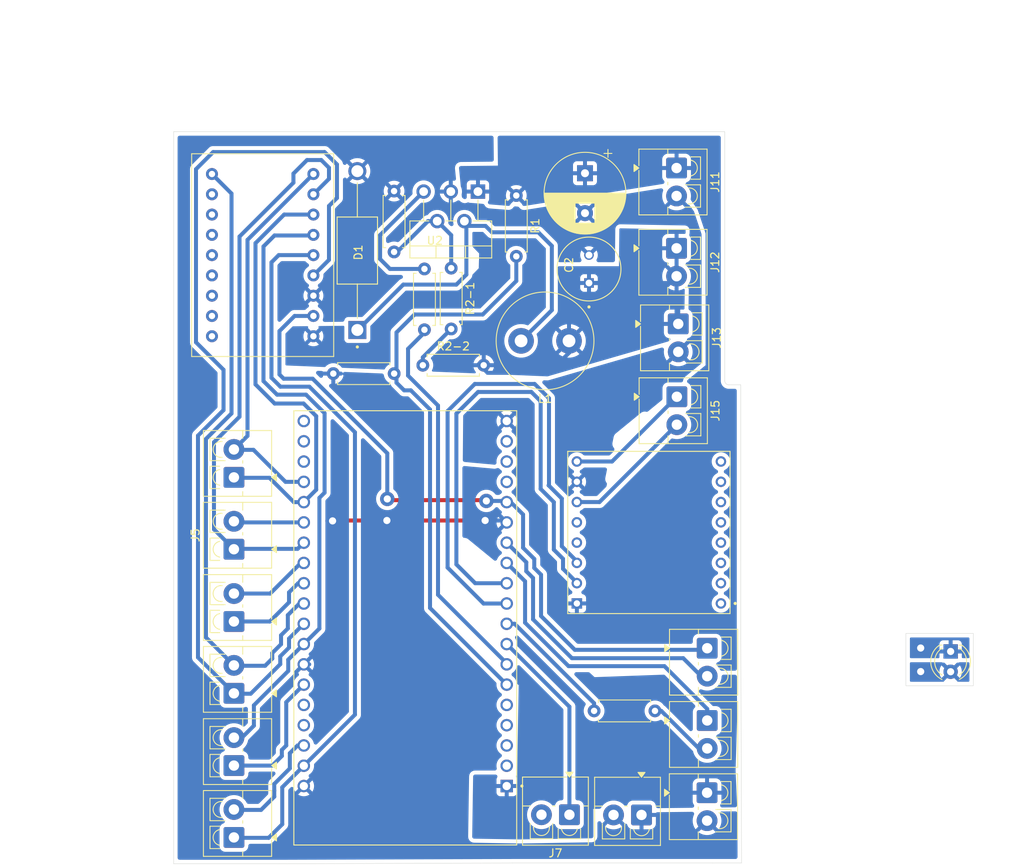
<source format=kicad_pcb>
(kicad_pcb (version 20240108) (generator "pcbnew") (generator_version "8.0")
  (layers (0 "F.Cu" signal) (31 "B.Cu" signal) (34 "B.Paste" user) (35 "F.Paste" user) (36 "B.SilkS" user "B.Silkscreen") (37 "F.SilkS" user "F.Silkscreen") (38 "B.Mask" user) (39 "F.Mask" user) (44 "Edge.Cuts" user))
  (net 0 "")
  (net 1 "GNDREF")
  (net 2 "+6V")
  (net 3 "Net-(EYESPI_18IN_BREAKOUT_BOARD1-Vin)")
  (net 4 "Net-(D1-K)")
  (net 5 "unconnected-(D2-K-Pad1)")
  (net 6 "Net-(EYESPI_18IN_BREAKOUT_BOARD1-MOSI)")
  (net 7 "Net-(J1-Pin_2)")
  (net 8 "Net-(J2-Pin_1)")
  (net 9 "Net-(EYESPI_18IN_BREAKOUT_BOARD1-SDCS)")
  (net 10 "Net-(EYESPI_18IN_BREAKOUT_BOARD1-SCK)")
  (net 11 "Net-(J4-Pin_1)")
  (net 12 "Net-(J4-Pin_2)")
  (net 13 "Net-(J5-Pin_2)")
  (net 14 "Net-(EYESPI_18IN_BREAKOUT_BOARD1-RST)")
  (net 15 "Net-(EYESPI_18IN_BREAKOUT_BOARD1-TCS)")
  (net 16 "Net-(J8-Pin_1)")
  (net 17 "Net-(J8-Pin_2)")
  (net 18 "Net-(EYESPI_18IN_BREAKOUT_BOARD1-DC)")
  (net 19 "Net-(EYESPI_18IN_BREAKOUT_BOARD1-Lite)")
  (net 20 "Net-(J15-Pin_2)")
  (net 21 "Net-(J15-Pin_1)")
  (net 22 "+3.3V")
  (net 23 "Net-(U3-IO35)")
  (net 24 "Net-(U2-FB)")
  (net 25 "Net-(R2-1-Pad2)")
  (net 27 "Net-(U2-~{ON}{slash}OFF)")
  (net 28 "Net-(U3-IO32)")
  (net 29 "Net-(U3-IO25)")
  (net 34 "Net-(U1-TX)")
  (net 37 "Net-(U1-RX)")
  (net 51 "Net-(J10-Pin_2)")
  (net 54 "Net-(J7-Pin_1)")
  (net 55 "unconnected-(D2-A-Pad2)")
  (net 64 "Net-(EYESPI_18IN_BREAKOUT_BOARD1-MISO)")
  (footprint "Resistor_THT:R_Axial_DIN0207_L6.3mm_D2.5mm_P7.62mm_Horizontal" (layer "F.Cu") (at 73.6 45.74 -90)
    (property "Reference" "R7" (hide yes))
    (property "Value" "82k")
    (pad "1" thru_hole circle (at 0 0 270) (size 1.6 1.6) (drill 0.8) (layers "*.Cu" "*.Mask") (net 1 "GNDREF"))
    (pad "2" thru_hole oval (at 7.62 0 270) (size 1.6 1.6) (drill 0.8) (layers "*.Cu" "*.Mask") (net 24 "Net-(U2-FB)"))
  )
  (footprint "TerminalBlock_4Ucon:TerminalBlock_4Ucon_1x02_P3.50mm_Vertical" (layer "F.Cu") (at 53.55 108.65 90)
    (property "Reference" "J3" (hide yes))
    (property "Value" "1805")
    (pad "1" thru_hole roundrect (at 0 0 90) (size 2.6 2.6) (drill 1.3) (layers "*.Cu" "*.Mask") (roundrect_rratio 0.096154) (net 10 "Net-(EYESPI_18IN_BREAKOUT_BOARD1-SCK)"))
    (pad "2" thru_hole circle (at 3.5 0 90) (size 2.6 2.6) (drill 1.3) (layers "*.Cu" "*.Mask") (net 9 "Net-(EYESPI_18IN_BREAKOUT_BOARD1-SDCS)"))
  )
  (footprint "Resistor_THT:R_Axial_DIN0207_L6.3mm_D2.5mm_P7.62mm_Horizontal" (layer "F.Cu") (at 106.26 110.85 180)
    (property "Reference" "R6" (hide yes))
    (property "Value" "330")
    (pad "1" thru_hole circle (at 0 0 180) (size 1.6 1.6) (drill 0.8) (layers "*.Cu" "*.Mask") (net 17 "Net-(J8-Pin_2)"))
    (pad "2" thru_hole oval (at 7.62 0 180) (size 1.6 1.6) (drill 0.8) (layers "*.Cu" "*.Mask") (net 29 "Net-(U3-IO25)"))
  )
  (footprint "Resistor_THT:R_Axial_DIN0207_L6.3mm_D2.5mm_P7.62mm_Horizontal" (layer "F.Cu") (at 77.4 55.49 -90)
    (property "Reference" "R3" (hide yes))
    (property "Value" "330")
    (pad "1" thru_hole circle (at 0 0 270) (size 1.6 1.6) (drill 0.8) (layers "*.Cu" "*.Mask") (net 27 "Net-(U2-~{ON}{slash}OFF)"))
    (pad "2" thru_hole oval (at 7.62 0 270) (size 1.6 1.6) (drill 0.8) (layers "*.Cu" "*.Mask") (net 28 "Net-(U3-IO32)"))
  )
  (footprint "TerminalBlock_4Ucon:TerminalBlock_4Ucon_1x02_P3.50mm_Vertical" (layer "F.Cu") (at 104.575 123.8825 180)
    (property "Reference" "J14" (hide yes))
    (property "Value" "GND")
    (pad "1" thru_hole roundrect (at 0 0 180) (size 2.6 2.6) (drill 1.3) (layers "*.Cu" "*.Mask") (roundrect_rratio 0.096154) (net 1 "GNDREF"))
    (pad "2" thru_hole circle (at 3.5 0 180) (size 2.6 2.6) (drill 1.3) (layers "*.Cu" "*.Mask") (net 1 "GNDREF"))
  )
  (footprint "TerminalBlock_4Ucon:TerminalBlock_4Ucon_1x02_P3.50mm_Vertical" (layer "F.Cu") (at 53.55 99.65 90)
    (property "Reference" "J4" (hide yes))
    (property "Value" "1716")
    (pad "1" thru_hole roundrect (at 0 0 90) (size 2.6 2.6) (drill 1.3) (layers "*.Cu" "*.Mask") (roundrect_rratio 0.096154) (net 11 "Net-(J4-Pin_1)"))
    (pad "2" thru_hole circle (at 3.5 0 90) (size 2.6 2.6) (drill 1.3) (layers "*.Cu" "*.Mask") (net 12 "Net-(J4-Pin_2)"))
  )
  (footprint "Capacitor_THT:CP_Radial_D10.0mm_P5.00mm" (layer "F.Cu") (at 97.5 43.5 -90)
    (property "Reference" "C1" (hide yes))
    (property "Value" "470 uF")
    (pad "1" thru_hole rect (at 0 0 270) (size 2 2) (drill 1) (layers "*.Cu" "*.Mask") (net 2 "+6V"))
    (pad "2" thru_hole circle (at 5 0 270) (size 2 2) (drill 1) (layers "*.Cu" "*.Mask") (net 1 "GNDREF"))
  )
  (footprint "Resistor_THT:R_Axial_DIN0207_L6.3mm_D2.5mm_P7.62mm_Horizontal" (layer "F.Cu") (at 80.75 55.39 -90)
    (property "Reference" "R2-1" (at 3.81 -2.37 90) (layer "F.SilkS"))
    (property "Value" "18k")
    (pad "1" thru_hole circle (at 0 0 270) (size 1.6 1.6) (drill 0.8) (layers "*.Cu" "*.Mask") (net 24 "Net-(U2-FB)"))
    (pad "2" thru_hole oval (at 7.62 0 270) (size 1.6 1.6) (drill 0.8) (layers "*.Cu" "*.Mask") (net 25 "Net-(R2-1-Pad2)"))
  )
  (footprint "TerminalBlock_4Ucon:TerminalBlock_4Ucon_1x02_P3.50mm_Vertical" (layer "F.Cu") (at 53.55 90.6 90)
    (property "Reference" "J5" (at 1.75 -4.82 90) (layer "F.SilkS"))
    (property "Value" "0400")
    (pad "1" thru_hole roundrect (at 0 0 90) (size 2.6 2.6) (drill 1.3) (layers "*.Cu" "*.Mask") (roundrect_rratio 0.096154) (net 14 "Net-(EYESPI_18IN_BREAKOUT_BOARD1-RST)"))
    (pad "2" thru_hole circle (at 3.5 0 90) (size 2.6 2.6) (drill 1.3) (layers "*.Cu" "*.Mask") (net 13 "Net-(J5-Pin_2)"))
  )
  (footprint "TerminalBlock_4Ucon:TerminalBlock_4Ucon_1x02_P3.50mm_Vertical" (layer "F.Cu") (at 95.55 123.8575 180)
    (property "Reference" "J7" (at 1.75 -4.82 0) (layer "F.SilkS"))
    (property "Value" "33")
    (pad "1" thru_hole roundrect (at 0 0 180) (size 2.6 2.6) (drill 1.3) (layers "*.Cu" "*.Mask") (roundrect_rratio 0.096154) (net 54 "Net-(J7-Pin_1)"))
    (pad "2" thru_hole circle (at 3.5 0 180) (size 2.6 2.6) (drill 1.3) (layers "*.Cu" "*.Mask"))
  )
  (footprint "DFR0299:DFR0299" (layer "F.Cu") (at 105.5 88.5 180)
    (property "Reference" "U1" (hide yes))
    (property "Value" "DFR0299" (hide yes))
    (pad "1" thru_hole rect (at 9.017 -8.89 180) (size 1.308 1.308) (drill 0.8) (layers "*.Cu" "*.Mask") (net 2 "+6V"))
    (pad "2" thru_hole circle (at 9.017 -6.35 180) (size 1.308 1.308) (drill 0.8) (layers "*.Cu" "*.Mask") (net 37 "Net-(U1-RX)"))
    (pad "3" thru_hole circle (at 9.017 -3.81 180) (size 1.308 1.308) (drill 0.8) (layers "*.Cu" "*.Mask") (net 34 "Net-(U1-TX)"))
    (pad "4" thru_hole circle (at 9.017 -1.27 180) (size 1.308 1.308) (drill 0.8) (layers "*.Cu" "*.Mask"))
    (pad "5" thru_hole circle (at 9.017 1.27 180) (size 1.308 1.308) (drill 0.8) (layers "*.Cu" "*.Mask"))
    (pad "6" thru_hole circle (at 9.017 3.81 180) (size 1.308 1.308) (drill 0.8) (layers "*.Cu" "*.Mask") (net 20 "Net-(J15-Pin_2)"))
    (pad "7" thru_hole circle (at 9.017 6.35 180) (size 1.308 1.308) (drill 0.8) (layers "*.Cu" "*.Mask") (net 1 "GNDREF"))
    (pad "8" thru_hole circle (at 9.017 8.89 180) (size 1.308 1.308) (drill 0.8) (layers "*.Cu" "*.Mask") (net 21 "Net-(J15-Pin_1)"))
    (pad "9" thru_hole circle (at -9.017 8.89 180) (size 1.308 1.308) (drill 0.8) (layers "*.Cu" "*.Mask"))
    (pad "10" thru_hole circle (at -9.017 6.35 180) (size 1.308 1.308) (drill 0.8) (layers "*.Cu" "*.Mask"))
    (pad "11" thru_hole circle (at -9.017 3.81 180) (size 1.308 1.308) (drill 0.8) (layers "*.Cu" "*.Mask"))
    (pad "12" thru_hole circle (at -9.017 1.27 180) (size 1.308 1.308) (drill 0.8) (layers "*.Cu" "*.Mask"))
    (pad "13" thru_hole circle (at -9.017 -1.27 180) (size 1.308 1.308) (drill 0.8) (layers "*.Cu" "*.Mask"))
    (pad "14" thru_hole circle (at -9.017 -3.81 180) (size 1.308 1.308) (drill 0.8) (layers "*.Cu" "*.Mask"))
    (pad "15" thru_hole circle (at -9.017 -6.35 180) (size 1.308 1.308) (drill 0.8) (layers "*.Cu" "*.Mask"))
    (pad "16" thru_hole circle (at -9.017 -8.89 180) (size 1.308 1.308) (drill 0.8) (layers "*.Cu" "*.Mask"))
  )
  (footprint "SchottkyDIodeFor491:DIOAD1990W125L840D530" (layer "F.Cu") (at 69 53.1875 90)
    (property "Reference" "D1" (at -0.2375 0.125 90) (layer "F.SilkS"))
    (property "Value" "D_Schottky" (hide yes))
    (pad "1" thru_hole rect (at -9.95 0 90) (size 2.25 2.25) (drill 1.5) (layers "*.Cu" "*.Mask") (net 4 "Net-(D1-K)"))
    (pad "2" thru_hole circle (at 9.95 0 90) (size 2.25 2.25) (drill 1.5) (layers "*.Cu" "*.Mask") (net 1 "GNDREF"))
  )
  (footprint "220UFRadialTHCAP:220uFRadialTHCAP" (layer "F.Cu") (at 98 55.5 90)
    (property "Reference" "C2" (at 0.5 -2.5 90) (layer "F.SilkS"))
    (property "Value" "220u" (hide yes))
    (pad "1" thru_hole rect (at -1.75 0 90) (size 1.2 1.2) (drill 0.85) (layers "*.Cu" "*.Mask") (net 3 "Net-(EYESPI_18IN_BREAKOUT_BOARD1-Vin)"))
    (pad "2" thru_hole circle (at 1.75 0 90) (size 1.2 1.2) (drill 0.85) (layers "*.Cu" "*.Mask") (net 1 "GNDREF"))
  )
  (footprint "TerminalBlock_4Ucon:TerminalBlock_4Ucon_1x02_P3.50mm_Vertical" (layer "F.Cu") (at 112.7825 121.1 -90)
    (property "Reference" "J16" (hide yes))
    (property "Value" "LED'S AND GND" (hide yes))
    (pad "1" thru_hole roundrect (at 0 0 270) (size 2.6 2.6) (drill 1.3) (layers "*.Cu" "*.Mask") (roundrect_rratio 0.096154) (net 22 "+3.3V"))
    (pad "2" thru_hole circle (at 3.5 0 270) (size 2.6 2.6) (drill 1.3) (layers "*.Cu" "*.Mask") (net 1 "GNDREF"))
  )
  (footprint "Inductor_THT:L_Radial_D12.0mm_P6.00mm_Murata_1900R" (layer "F.Cu") (at 95.5 64.5 180)
    (property "Reference" "L1" (at 3 -7.25 0) (layer "F.SilkS"))
    (property "Value" "68m")
    (pad "1" thru_hole circle (at 0 0 180) (size 3.2 3.2) (drill 1.6) (layers "*.Cu" "*.Mask") (net 3 "Net-(EYESPI_18IN_BREAKOUT_BOARD1-Vin)"))
    (pad "2" thru_hole circle (at 6 0 180) (size 3.2 3.2) (drill 1.6) (layers "*.Cu" "*.Mask") (net 4 "Net-(D1-K)"))
  )
  (footprint "TerminalBlock_4Ucon:TerminalBlock_4Ucon_1x02_P3.50mm_Vertical" (layer "F.Cu") (at 112.8 112.05 -90)
    (property "Reference" "J8" (hide yes))
    (property "Value" "2514")
    (pad "1" thru_hole roundrect (at 0 0 270) (size 2.6 2.6) (drill 1.3) (layers "*.Cu" "*.Mask") (roundrect_rratio 0.096154) (net 16 "Net-(J8-Pin_1)"))
    (pad "2" thru_hole circle (at 3.5 0 270) (size 2.6 2.6) (drill 1.3) (layers "*.Cu" "*.Mask") (net 17 "Net-(J8-Pin_2)"))
  )
  (footprint "Resistor_THT:R_Axial_DIN0207_L6.3mm_D2.5mm_P7.62mm_Horizontal" (layer "F.Cu") (at 73.61 68.6 180)
    (property "Reference" "R2" (hide yes))
    (property "Value" "82K")
    (pad "1" thru_hole circle (at 0 0 180) (size 1.6 1.6) (drill 0.8) (layers "*.Cu" "*.Mask") (net 23 "Net-(U3-IO35)"))
    (pad "2" thru_hole oval (at 7.62 0 180) (size 1.6 1.6) (drill 0.8) (layers "*.Cu" "*.Mask") (net 1 "GNDREF"))
  )
  (footprint "Resistor_THT:R_Axial_DIN0207_L6.3mm_D2.5mm_P7.62mm_Horizontal" (layer "F.Cu") (at 88.9 46.29 -90)
    (property "Reference" "R1" (at 3.81 -2.37 90) (layer "F.SilkS"))
    (property "Value" "160k")
    (pad "1" thru_hole circle (at 0 0 270) (size 1.6 1.6) (drill 0.8) (layers "*.Cu" "*.Mask") (net 2 "+6V"))
    (pad "2" thru_hole oval (at 7.62 0 270) (size 1.6 1.6) (drill 0.8) (layers "*.Cu" "*.Mask") (net 23 "Net-(U3-IO35)"))
  )
  (footprint "TerminalBlock_4Ucon:TerminalBlock_4Ucon_1x02_P3.50mm_Vertical" (layer "F.Cu") (at 109.175 62.375 -90)
    (property "Reference" "J13" (at 1.75 -4.82 90) (layer "F.SilkS"))
    (property "Value" "3.3V AND GND")
    (pad "1" thru_hole roundrect (at 0 0 270) (size 2.6 2.6) (drill 1.3) (layers "*.Cu" "*.Mask") (roundrect_rratio 0.096154) (net 3 "Net-(EYESPI_18IN_BREAKOUT_BOARD1-Vin)"))
    (pad "2" thru_hole circle (at 3.5 0 270) (size 2.6 2.6) (drill 1.3) (layers "*.Cu" "*.Mask") (net 1 "GNDREF"))
  )
  (footprint "EYESPI_18PIN:DIP-18_500" (layer "F.Cu") (at 57.15 53.76 90)
    (property "Reference" "EYESPI_18IN_BREAKOUT_BOARD1" (hide yes))
    (property "Value" "~" (hide yes))
    (pad "1" thru_hole circle (at -10.16 6.35 90) (size 1.5 1.5) (drill 0.8) (layers "*.Cu" "*.Mask") (net 3 "Net-(EYESPI_18IN_BREAKOUT_BOARD1-Vin)"))
    (pad "2" thru_hole circle (at -7.62 6.35 90) (size 1.5 1.5) (drill 0.8) (layers "*.Cu" "*.Mask") (net 19 "Net-(EYESPI_18IN_BREAKOUT_BOARD1-Lite)"))
    (pad "3" thru_hole circle (at -5.08 6.35 90) (size 1.5 1.5) (drill 0.8) (layers "*.Cu" "*.Mask") (net 1 "GNDREF"))
    (pad "4" thru_hole circle (at -2.54 6.35 90) (size 1.5 1.5) (drill 0.8) (layers "*.Cu" "*.Mask") (net 10 "Net-(EYESPI_18IN_BREAKOUT_BOARD1-SCK)"))
    (pad "5" thru_hole circle (at 0 6.35 90) (size 1.5 1.5) (drill 0.8) (layers "*.Cu" "*.Mask") (net 6 "Net-(EYESPI_18IN_BREAKOUT_BOARD1-MOSI)"))
    (pad "6" thru_hole circle (at 2.54 6.35 90) (size 1.5 1.5) (drill 0.8) (layers "*.Cu" "*.Mask") (net 64 "Net-(EYESPI_18IN_BREAKOUT_BOARD1-MISO)"))
    (pad "7" thru_hole circle (at 5.08 6.35 90) (size 1.5 1.5) (drill 0.8) (layers "*.Cu" "*.Mask") (net 18 "Net-(EYESPI_18IN_BREAKOUT_BOARD1-DC)"))
    (pad "8" thru_hole circle (at 7.62 6.35 90) (size 1.5 1.5) (drill 0.8) (layers "*.Cu" "*.Mask") (net 14 "Net-(EYESPI_18IN_BREAKOUT_BOARD1-RST)"))
    (pad "9" thru_hole circle (at 10.16 6.35 90) (size 1.5 1.5) (drill 0.8) (layers "*.Cu" "*.Mask") (net 15 "Net-(EYESPI_18IN_BREAKOUT_BOARD1-TCS)"))
    (pad "10" thru_hole circle (at 10.16 -6.35 90) (size 1.5 1.5) (drill 0.8) (layers "*.Cu" "*.Mask") (net 9 "Net-(EYESPI_18IN_BREAKOUT_BOARD1-SDCS)"))
    (pad "11" thru_hole circle (at 7.62 -6.35 90) (size 1.5 1.5) (drill 0.8) (layers "*.Cu" "*.Mask"))
    (pad "12" thru_hole circle (at 5.08 -6.35 90) (size 1.5 1.5) (drill 0.8) (layers "*.Cu" "*.Mask"))
    (pad "13" thru_hole circle (at 2.54 -6.35 90) (size 1.5 1.5) (drill 0.8) (layers "*.Cu" "*.Mask"))
    (pad "14" thru_hole circle (at 0 -6.35 90) (size 1.5 1.5) (drill 0.8) (layers "*.Cu" "*.Mask"))
    (pad "15" thru_hole circle (at -2.54 -6.35 90) (size 1.5 1.5) (drill 0.8) (layers "*.Cu" "*.Mask"))
    (pad "16" thru_hole circle (at -5.08 -6.35 90) (size 1.5 1.5) (drill 0.8) (layers "*.Cu" "*.Mask"))
    (pad "17" thru_hole circle (at -7.62 -6.35 90) (size 1.5 1.5) (drill 0.8) (layers "*.Cu" "*.Mask"))
    (pad "18" thru_hole circle (at -10.16 -6.35 90) (size 1.5 1.5) (drill 0.8) (layers "*.Cu" "*.Mask"))
  )
  (footprint "LED_THT:LED_D4.0mm" (layer "F.Cu") (at 143.275 103.405 -90)
    (property "Reference" "D2" (hide yes))
    (property "Value" "RED" (hide yes))
    (pad "1" thru_hole rect (at 0 0 270) (size 1.8 1.8) (drill 0.9) (layers "*.Cu" "*.Mask") (net 5 "unconnected-(D2-K-Pad1)"))
    (pad "2" thru_hole circle (at 2.54 0 270) (size 1.8 1.8) (drill 0.9) (layers "*.Cu" "*.Mask") (net 55 "unconnected-(D2-A-Pad2)"))
  )
  (footprint "ESP32:MODULE_ESP32-DEVKITC-32D" (layer "F.Cu") (at 75 100.5 180)
    (property "Reference" "U3" (hide yes))
    (property "Value" "ESP32-DEVKITC-32D" (hide yes))
    (pad "J2-1" thru_hole rect (at -12.7 -19.76 180) (size 1.56 1.56) (drill 1.04) (layers "*.Cu" "*.Mask") (net 22 "+3.3V"))
    (pad "J2-2" thru_hole circle (at -12.7 -17.22 180) (size 1.56 1.56) (drill 1.04) (layers "*.Cu" "*.Mask"))
    (pad "J2-3" thru_hole circle (at -12.7 -14.68 180) (size 1.56 1.56) (drill 1.04) (layers "*.Cu" "*.Mask"))
    (pad "J2-4" thru_hole circle (at -12.7 -12.14 180) (size 1.56 1.56) (drill 1.04) (layers "*.Cu" "*.Mask"))
    (pad "J2-5" thru_hole circle (at -12.7 -9.6 180) (size 1.56 1.56) (drill 1.04) (layers "*.Cu" "*.Mask"))
    (pad "J2-6" thru_hole circle (at -12.7 -7.06 180) (size 1.56 1.56) (drill 1.04) (layers "*.Cu" "*.Mask") (net 23 "Net-(U3-IO35)"))
    (pad "J2-7" thru_hole circle (at -12.7 -4.52 180) (size 1.56 1.56) (drill 1.04) (layers "*.Cu" "*.Mask") (net 28 "Net-(U3-IO32)"))
    (pad "J2-8" thru_hole circle (at -12.7 -1.98 180) (size 1.56 1.56) (drill 1.04) (layers "*.Cu" "*.Mask") (net 54 "Net-(J7-Pin_1)"))
    (pad "J2-9" thru_hole circle (at -12.7 0.56 180) (size 1.56 1.56) (drill 1.04) (layers "*.Cu" "*.Mask") (net 29 "Net-(U3-IO25)"))
    (pad "J2-10" thru_hole circle (at -12.7 3.1 180) (size 1.56 1.56) (drill 1.04) (layers "*.Cu" "*.Mask") (net 34 "Net-(U1-TX)"))
    (pad "J2-11" thru_hole circle (at -12.7 5.64 180) (size 1.56 1.56) (drill 1.04) (layers "*.Cu" "*.Mask") (net 37 "Net-(U1-RX)"))
    (pad "J2-12" thru_hole circle (at -12.7 8.18 180) (size 1.56 1.56) (drill 1.04) (layers "*.Cu" "*.Mask") (net 16 "Net-(J8-Pin_1)"))
    (pad "J2-13" thru_hole circle (at -12.7 10.72 180) (size 1.56 1.56) (drill 1.04) (layers "*.Cu" "*.Mask") (net 51 "Net-(J10-Pin_2)"))
    (pad "J2-14" thru_hole circle (at -12.7 13.26 180) (size 1.56 1.56) (drill 1.04) (layers "*.Cu" "*.Mask") (net 1 "GNDREF"))
    (pad "J2-15" thru_hole circle (at -12.7 15.8 180) (size 1.56 1.56) (drill 1.04) (layers "*.Cu" "*.Mask") (net 19 "Net-(EYESPI_18IN_BREAKOUT_BOARD1-Lite)"))
    (pad "J2-16" thru_hole circle (at -12.7 18.34 180) (size 1.56 1.56) (drill 1.04) (layers "*.Cu" "*.Mask"))
    (pad "J2-17" thru_hole circle (at -12.7 20.88 180) (size 1.56 1.56) (drill 1.04) (layers "*.Cu" "*.Mask"))
    (pad "J2-18" thru_hole circle (at -12.7 23.42 180) (size 1.56 1.56) (drill 1.04) (layers "*.Cu" "*.Mask"))
    (pad "J2-19" thru_hole circle (at -12.7 25.96 180) (size 1.56 1.56) (drill 1.04) (layers "*.Cu" "*.Mask") (net 2 "+6V"))
    (pad "J3-1" thru_hole circle (at 12.7 -19.76 180) (size 1.56 1.56) (drill 1.04) (layers "*.Cu" "*.Mask") (net 1 "GNDREF"))
    (pad "J3-2" thru_hole circle (at 12.7 -17.22 180) (size 1.56 1.56) (drill 1.04) (layers "*.Cu" "*.Mask") (net 6 "Net-(EYESPI_18IN_BREAKOUT_BOARD1-MOSI)"))
    (pad "J3-3" thru_hole circle (at 12.7 -14.68 180) (size 1.56 1.56) (drill 1.04) (layers "*.Cu" "*.Mask") (net 7 "Net-(J1-Pin_2)"))
    (pad "J3-4" thru_hole circle (at 12.7 -12.14 180) (size 1.56 1.56) (drill 1.04) (layers "*.Cu" "*.Mask"))
    (pad "J3-5" thru_hole circle (at 12.7 -9.6 180) (size 1.56 1.56) (drill 1.04) (layers "*.Cu" "*.Mask"))
    (pad "J3-6" thru_hole circle (at 12.7 -7.06 180) (size 1.56 1.56) (drill 1.04) (layers "*.Cu" "*.Mask") (net 8 "Net-(J2-Pin_1)"))
    (pad "J3-7" thru_hole circle (at 12.7 -4.52 180) (size 1.56 1.56) (drill 1.04) (layers "*.Cu" "*.Mask") (net 1 "GNDREF"))
    (pad "J3-8" thru_hole circle (at 12.7 -1.98 180) (size 1.56 1.56) (drill 1.04) (layers "*.Cu" "*.Mask") (net 64 "Net-(EYESPI_18IN_BREAKOUT_BOARD1-MISO)"))
    (pad "J3-9" thru_hole circle (at 12.7 0.56 180) (size 1.56 1.56) (drill 1.04) (layers "*.Cu" "*.Mask") (net 10 "Net-(EYESPI_18IN_BREAKOUT_BOARD1-SCK)"))
    (pad "J3-10" thru_hole circle (at 12.7 3.1 180) (size 1.56 1.56) (drill 1.04) (layers "*.Cu" "*.Mask") (net 9 "Net-(EYESPI_18IN_BREAKOUT_BOARD1-SDCS)"))
    (pad "J3-11" thru_hole circle (at 12.7 5.64 180) (size 1.56 1.56) (drill 1.04) (layers "*.Cu" "*.Mask") (net 11 "Net-(J4-Pin_1)"))
    (pad "J3-12" thru_hole circle (at 12.7 8.18 180) (size 1.56 1.56) (drill 1.04) (layers "*.Cu" "*.Mask") (net 12 "Net-(J4-Pin_2)"))
    (pad "J3-13" thru_hole circle (at 12.7 10.72 180) (size 1.56 1.56) (drill 1.04) (layers "*.Cu" "*.Mask") (net 14 "Net-(EYESPI_18IN_BREAKOUT_BOARD1-RST)"))
    (pad "J3-14" thru_hole circle (at 12.7 13.26 180) (size 1.56 1.56) (drill 1.04) (layers "*.Cu" "*.Mask") (net 13 "Net-(J5-Pin_2)"))
    (pad "J3-15" thru_hole circle (at 12.7 15.8 180) (size 1.56 1.56) (drill 1.04) (layers "*.Cu" "*.Mask") (net 18 "Net-(EYESPI_18IN_BREAKOUT_BOARD1-DC)"))
    (pad "J3-16" thru_hole circle (at 12.7 18.34 180) (size 1.56 1.56) (drill 1.04) (layers "*.Cu" "*.Mask") (net 15 "Net-(EYESPI_18IN_BREAKOUT_BOARD1-TCS)"))
    (pad "J3-17" thru_hole circle (at 12.7 20.88 180) (size 1.56 1.56) (drill 1.04) (layers "*.Cu" "*.Mask"))
    (pad "J3-18" thru_hole circle (at 12.7 23.42 180) (size 1.56 1.56) (drill 1.04) (layers "*.Cu" "*.Mask"))
    (pad "J3-19" thru_hole circle (at 12.7 25.96 180) (size 1.56 1.56) (drill 1.04) (layers "*.Cu" "*.Mask"))
  )
  (footprint "TerminalBlock_4Ucon:TerminalBlock_4Ucon_1x02_P3.50mm_Vertical" (layer "F.Cu") (at 112.8 103 -90)
    (property "Reference" "J10" (hide yes))
    (property "Value" "1213")
    (pad "1" thru_hole roundrect (at 0 0 270) (size 2.6 2.6) (drill 1.3) (layers "*.Cu" "*.Mask") (roundrect_rratio 0.096154) (net 19 "Net-(EYESPI_18IN_BREAKOUT_BOARD1-Lite)"))
    (pad "2" thru_hole circle (at 3.5 0 270) (size 2.6 2.6) (drill 1.3) (layers "*.Cu" "*.Mask") (net 51 "Net-(J10-Pin_2)"))
  )
  (footprint "Resistor_THT:R_Axial_DIN0207_L6.3mm_D2.5mm_P7.62mm_Horizontal" (layer "F.Cu") (at 77.2 67.55)
    (property "Reference" "R2-2" (at 3.81 -2.37 0) (layer "F.SilkS"))
    (property "Value" "120k")
    (pad "1" thru_hole circle (at 0 0) (size 1.6 1.6) (drill 0.8) (layers "*.Cu" "*.Mask") (net 25 "Net-(R2-1-Pad2)"))
    (pad "2" thru_hole oval (at 7.62 0) (size 1.6 1.6) (drill 0.8) (layers "*.Cu" "*.Mask") (net 3 "Net-(EYESPI_18IN_BREAKOUT_BOARD1-Vin)"))
  )
  (footprint "TerminalBlock_4Ucon:TerminalBlock_4Ucon_1x02_P3.50mm_Vertical" (layer "F.Cu") (at 108.965 52.9 -90)
    (property "Reference" "J12" (at 1.75 -4.82 90) (layer "F.SilkS"))
    (property "Value" "3.3V")
    (pad "1" thru_hole roundrect (at 0 0 270) (size 2.6 2.6) (drill 1.3) (layers "*.Cu" "*.Mask") (roundrect_rratio 0.096154) (net 3 "Net-(EYESPI_18IN_BREAKOUT_BOARD1-Vin)"))
    (pad "2" thru_hole circle (at 3.5 0 270) (size 2.6 2.6) (drill 1.3) (layers "*.Cu" "*.Mask") (net 3 "Net-(EYESPI_18IN_BREAKOUT_BOARD1-Vin)"))
  )
  (footprint "TerminalBlock_4Ucon:TerminalBlock_4Ucon_1x02_P3.50mm_Vertical" (layer "F.Cu") (at 53.55 81.6 90)
    (property "Reference" "J6" (hide yes))
    (property "Value" "0215")
    (pad "1" thru_hole roundrect (at 0 0 90) (size 2.6 2.6) (drill 1.3) (layers "*.Cu" "*.Mask") (roundrect_rratio 0.096154) (net 18 "Net-(EYESPI_18IN_BREAKOUT_BOARD1-DC)"))
    (pad "2" thru_hole circle (at 3.5 0 90) (size 2.6 2.6) (drill 1.3) (layers "*.Cu" "*.Mask") (net 15 "Net-(EYESPI_18IN_BREAKOUT_BOARD1-TCS)"))
  )
  (footprint "TerminalBlock_4Ucon:TerminalBlock_4Ucon_1x02_P3.50mm_Vertical" (layer "F.Cu") (at 109 71.5 -90)
    (property "Reference" "J15" (at 1.75 -4.82 90) (layer "F.SilkS"))
    (property "Value" "SPKR")
    (pad "1" thru_hole roundrect (at 0 0 270) (size 2.6 2.6) (drill 1.3) (layers "*.Cu" "*.Mask") (roundrect_rratio 0.096154) (net 21 "Net-(J15-Pin_1)"))
    (pad "2" thru_hole circle (at 3.5 0 270) (size 2.6 2.6) (drill 1.3) (layers "*.Cu" "*.Mask") (net 20 "Net-(J15-Pin_2)"))
  )
  (footprint "Package_TO_SOT_THT:TO-220-5_P3.4x3.7mm_StaggerOdd_Lead3.8mm_Vertical" (layer "F.Cu") (at 84.1 45.8 180)
    (property "Reference" "U2" (at 5.4 -6.15 0) (layer "F.SilkS"))
    (property "Value" "LM2596T-3.3" (hide yes))
    (pad "1" thru_hole rect (at 0 0 180) (size 1.8 1.8) (drill 1.1) (layers "*.Cu" "*.Mask") (net 2 "+6V"))
    (pad "2" thru_hole oval (at 1.7 -3.7 180) (size 1.8 1.8) (drill 1.1) (layers "*.Cu" "*.Mask") (net 4 "Net-(D1-K)"))
    (pad "3" thru_hole oval (at 3.4 0 180) (size 1.8 1.8) (drill 1.1) (layers "*.Cu" "*.Mask") (net 1 "GNDREF"))
    (pad "4" thru_hole oval (at 5.1 -3.7 180) (size 1.8 1.8) (drill 1.1) (layers "*.Cu" "*.Mask") (net 24 "Net-(U2-FB)"))
    (pad "5" thru_hole oval (at 6.8 0 180) (size 1.8 1.8) (drill 1.1) (layers "*.Cu" "*.Mask") (net 27 "Net-(U2-~{ON}{slash}OFF)"))
  )
  (footprint "TerminalBlock_4Ucon:TerminalBlock_4Ucon_1x02_P3.50mm_Vertical" (layer "F.Cu") (at 53.55 126.7 90)
    (property "Reference" "J1" (hide yes))
    (property "Value" "2322")
    (pad "1" thru_hole roundrect (at 0 0 90) (size 2.6 2.6) (drill 1.3) (layers "*.Cu" "*.Mask") (roundrect_rratio 0.096154) (net 6 "Net-(EYESPI_18IN_BREAKOUT_BOARD1-MOSI)"))
    (pad "2" thru_hole circle (at 3.5 0 90) (size 2.6 2.6) (drill 1.3) (layers "*.Cu" "*.Mask") (net 7 "Net-(J1-Pin_2)"))
  )
  (footprint "TerminalBlock_4Ucon:TerminalBlock_4Ucon_1x02_P3.50mm_Vertical" (layer "F.Cu") (at 108.965 42.85 -90)
    (property "Reference" "J11" (at 1.75 -4.82 90) (layer "F.SilkS"))
    (property "Value" "BATTERY TERMS")
    (pad "1" thru_hole roundrect (at 0 0 270) (size 2.6 2.6) (drill 1.3) (layers "*.Cu" "*.Mask") (roundrect_rratio 0.096154) (net 2 "+6V"))
    (pad "2" thru_hole circle (at 3.5 0 270) (size 2.6 2.6) (drill 1.3) (layers "*.Cu" "*.Mask") (net 1 "GNDREF"))
  )
  (footprint "TerminalBlock_4Ucon:TerminalBlock_4Ucon_1x02_P3.50mm_Vertical" (layer "F.Cu") (at 53.55 117.7 90)
    (property "Reference" "J2" (hide yes))
    (property "Value" "2129")
    (pad "1" thru_hole roundrect (at 0 0 90) (size 2.6 2.6) (drill 1.3) (layers "*.Cu" "*.Mask") (roundrect_rratio 0.096154) (net 8 "Net-(J2-Pin_1)"))
    (pad "2" thru_hole circle (at 3.5 0 90) (size 2.6 2.6) (drill 1.3) (layers "*.Cu" "*.Mask") (net 64 "Net-(EYESPI_18IN_BREAKOUT_BOARD1-MISO)"))
  )
  (gr_line (start 88.4 129.9) (end 59.2 130) (stroke (width 0.05)) (layer "Edge.Cuts"))
  (gr_line (start 117.1 129.9) (end 113.5 129.9) (stroke (width 0.05)) (layer "Edge.Cuts"))
  (gr_line (start 46 123.7) (end 46 76) (stroke (width 0.05)) (layer "Edge.Cuts"))
  (gr_line (start 117 70) (end 117 92) (stroke (width 0.05)) (layer "Edge.Cuts"))
  (gr_line (start 46 38.3) (end 86.45 38.3) (stroke (width 0.05)) (layer "Edge.Cuts"))
  (gr_line (start 46 76) (end 46 55) (stroke (width 0.05)) (layer "Edge.Cuts"))
  (gr_line (start 115.5 70) (end 117 70) (stroke (width 0.05)) (layer "Edge.Cuts"))
  (gr_line (start 88.4 129.9) (end 113.5 129.9) (stroke (width 0.05)) (layer "Edge.Cuts"))
  (gr_line (start 117 92) (end 117 100) (stroke (width 0.05)) (layer "Edge.Cuts"))
  (gr_line (start 115 38.3) (end 115 69.5) (stroke (width 0.05)) (layer "Edge.Cuts"))
  (gr_rect (start 137.675 101.15) (end 146.125 107.7) (stroke (width 0.05)) (fill none) (layer "Edge.Cuts"))
  (gr_line (start 86.45 38.3) (end 115 38.3) (stroke (width 0.05)) (layer "Edge.Cuts"))
  (gr_line (start 46 55) (end 46 38.3) (stroke (width 0.05)) (layer "Edge.Cuts"))
  (gr_line (start 59.2 130) (end 46 130) (stroke (width 0.05)) (layer "Edge.Cuts"))
  (gr_line (start 117 100) (end 117.1 129.9) (stroke (width 0.05)) (layer "Edge.Cuts"))
  (gr_arc (start 115.5 70) (mid 115.146447 69.853553) (end 115 69.5) (stroke (width 0.05)) (layer "Edge.Cuts"))
  (gr_line (start 46 130) (end 46 123.7) (stroke (width 0.05)) (layer "Edge.Cuts"))
  (segment (start 65.9 87.05) (end 65.95 87) (width 0.5) (layer "F.Cu") (net 1))
  (segment (start 65.95 87) (end 72.7 87) (width 0.5) (layer "F.Cu") (net 1))
  (segment (start 72.7 87) (end 85 87) (width 0.5) (layer "F.Cu") (net 1))
  (via (at 85 87) (size 1.8) (drill 0.9) (layers "F.Cu" "B.Cu") (net 1))
  (via (at 72.7 87) (size 1.8) (drill 0.9) (layers "F.Cu" "B.Cu") (net 1))
  (via (at 65.9 87.05) (size 1.8) (drill 0.9) (layers "F.Cu" "B.Cu") (net 1))
  (segment (start 62.98 105.02) (end 62.3 105.02) (width 0.5) (layer "B.Cu") (net 1))
  (segment (start 85 87) (end 87.46 87) (width 0.5) (layer "B.Cu") (net 1))
  (segment (start 95.5 66) (end 95.5 64.5) (width 0.5) (layer "B.Cu") (net 3))
  (segment (start 84.21 67.4) (end 85.31 68.5) (width 0.5) (layer "B.Cu") (net 3))
  (segment (start 95.5 64.5) (end 95.5 62) (width 0.5) (layer "B.Cu") (net 3))
  (segment (start 93 68.5) (end 95.5 66) (width 0.5) (layer "B.Cu") (net 3))
  (segment (start 95.5 62) (end 98 59.5) (width 0.5) (layer "B.Cu") (net 3))
  (segment (start 108.965 52.9) (end 108.965 62.165) (width 0.5) (layer "B.Cu") (net 3))
  (segment (start 98 59.5) (end 98 57.25) (width 0.5) (layer "B.Cu") (net 3))
  (segment (start 108.115 57.25) (end 108.965 56.4) (width 0.5) (layer "B.Cu") (net 3))
  (segment (start 98 57.25) (end 108.115 57.25) (width 0.5) (layer "B.Cu") (net 3))
  (segment (start 85.31 68.5) (end 93 68.5) (width 0.5) (layer "B.Cu") (net 3))
  (segment (start 74.75 57.45) (end 81.4 57.45) (width 0.5) (layer "B.Cu") (net 4))
  (segment (start 83 50.1) (end 82.4 49.5) (width 0.5) (layer "B.Cu") (net 4))
  (segment (start 69.15 63.2875) (end 69 63.1375) (width 0.5) (layer "B.Cu") (net 4))
  (segment (start 82.65 49.8) (end 82.4 49.55) (width 0.5) (layer "B.Cu") (net 4))
  (segment (start 85.05 50.1) (end 83 50.1) (width 0.5) (layer "B.Cu") (net 4))
  (segment (start 69 63.1375) (end 69.0625 63.1375) (width 0.5) (layer "B.Cu") (net 4))
  (segment (start 81.4 57.45) (end 82.65 56.2) (width 0.5) (layer "B.Cu") (net 4))
  (segment (start 91.65 50.9) (end 85.85 50.9) (width 0.5) (layer "B.Cu") (net 4))
  (segment (start 93.35 60.65) (end 93.35 52.6) (width 0.5) (layer "B.Cu") (net 4))
  (segment (start 82.65 56.2) (end 82.65 49.8) (width 0.5) (layer "B.Cu") (net 4))
  (segment (start 93.35 52.6) (end 91.65 50.9) (width 0.5) (layer "B.Cu") (net 4))
  (segment (start 85.85 50.9) (end 85.05 50.1) (width 0.5) (layer "B.Cu") (net 4))
  (segment (start 69.0625 63.1375) (end 74.75 57.45) (width 0.5) (layer "B.Cu") (net 4))
  (segment (start 89.5 64.5) (end 93.35 60.65) (width 0.5) (layer "B.Cu") (net 4))
  (via (at 139.525 102.975) (size 1.8) (drill 0.9) (layers "F.Cu" "B.Cu") (net 5))
  (segment (start 53.55 126.7) (end 53.6 126.75) (width 0.5) (layer "B.Cu") (net 6))
  (segment (start 53.6 126.75) (end 57.9 126.75) (width 0.5) (layer "B.Cu") (net 6))
  (segment (start 68.7 111.32) (end 62.3 117.72) (width 0.5) (layer "B.Cu") (net 6))
  (segment (start 59.6 120.42) (end 62.3 117.72) (width 0.5) (layer "B.Cu") (net 6))
  (segment (start 68.7 75.947825) (end 68.7 111.32) (width 0.5) (layer "B.Cu") (net 6))
  (segment (start 58.25 69.121572) (end 59.364213 70.235785) (width 0.5) (layer "B.Cu") (net 6))
  (segment (start 59.364213 70.235785) (end 62.98796 70.235785) (width 0.5) (layer "B.Cu") (net 6))
  (segment (start 58.25 54.664214) (end 58.25 69.121572) (width 0.5) (layer "B.Cu") (net 6))
  (segment (start 59.154214 53.76) (end 58.25 54.664214) (width 0.5) (layer "B.Cu") (net 6))
  (segment (start 59.6 125.05) (end 59.6 120.42) (width 0.5) (layer "B.Cu") (net 6))
  (segment (start 63.5 53.76) (end 59.154214 53.76) (width 0.5) (layer "B.Cu") (net 6))
  (segment (start 57.9 126.75) (end 59.6 125.05) (width 0.5) (layer "B.Cu") (net 6))
  (segment (start 62.98796 70.235785) (end 68.7 75.947825) (width 0.5) (layer "B.Cu") (net 6))
  (segment (start 56.95 123.25) (end 58.6 121.6) (width 0.5) (layer "B.Cu") (net 7))
  (segment (start 53.6 123.25) (end 56.95 123.25) (width 0.5) (layer "B.Cu") (net 7))
  (segment (start 53.55 123.2) (end 53.6 123.25) (width 0.5) (layer "B.Cu") (net 7))
  (segment (start 58.599999 120.005787) (end 60.55 118.055786) (width 0.5) (layer "B.Cu") (net 7))
  (segment (start 58.599999 120.834213) (end 58.599999 120.005787) (width 0.5) (layer "B.Cu") (net 7))
  (segment (start 60.55 116.15) (end 61.52 115.18) (width 0.5) (layer "B.Cu") (net 7))
  (segment (start 61.52 115.18) (end 62.3 115.18) (width 0.5) (layer "B.Cu") (net 7))
  (segment (start 60.55 118.055786) (end 60.55 116.15) (width 0.5) (layer "B.Cu") (net 7))
  (segment (start 58.6 121.6) (end 58.599999 120.834213) (width 0.5) (layer "B.Cu") (net 7))
  (segment (start 60.1 115.185786) (end 60.1 109.76) (width 0.5) (layer "B.Cu") (net 8))
  (segment (start 59.549999 115.735787) (end 60.1 115.185786) (width 0.5) (layer "B.Cu") (net 8))
  (segment (start 58.35 117.7) (end 59.549999 116.500001) (width 0.5) (layer "B.Cu") (net 8))
  (segment (start 53.55 117.7) (end 58.35 117.7) (width 0.5) (layer "B.Cu") (net 8))
  (segment (start 60.1 109.76) (end 62.3 107.56) (width 0.5) (layer "B.Cu") (net 8))
  (segment (start 59.549999 116.500001) (end 59.549999 115.735787) (width 0.5) (layer "B.Cu") (net 8))
  (segment (start 59.45 102.501572) (end 59.45 101.375786) (width 0.5) (layer "B.Cu") (net 9))
  (segment (start 53.6 105.2) (end 57.45 105.2) (width 0.5) (layer "B.Cu") (net 9))
  (segment (start 53.25 46.05) (end 53.25 73.585786) (width 0.5) (layer "B.Cu") (net 9))
  (segment (start 58.349998 103.601574) (end 59.45 102.501572) (width 0.5) (layer "B.Cu") (net 9))
  (segment (start 53.55 105.15) (end 53.6 105.2) (width 0.5) (layer "B.Cu") (net 9))
  (segment (start 57.45 105.2) (end 58.349998 104.300002) (width 0.5) (layer "B.Cu") (net 9))
  (segment (start 50.049999 101.649999) (end 53.55 105.15) (width 0.5) (layer "B.Cu") (net 9))
  (segment (start 50.049999 76.785787) (end 50.049999 101.649999) (width 0.5) (layer "B.Cu") (net 9))
  (segment (start 59.45 101.375786) (end 60.3 100.525786) (width 0.5) (layer "B.Cu") (net 9))
  (segment (start 61.75 97.4) (end 62.3 97.4) (width 0.5) (layer "B.Cu") (net 9))
  (segment (start 53.25 73.585786) (end 50.049999 76.785787) (width 0.5) (layer "B.Cu") (net 9))
  (segment (start 50.8 43.6) (end 53.25 46.05) (width 0.5) (layer "B.Cu") (net 9))
  (segment (start 60.3 98.85) (end 61.75 97.4) (width 0.5) (layer "B.Cu") (net 9))
  (segment (start 60.3 100.525786) (end 60.3 98.85) (width 0.5) (layer "B.Cu") (net 9))
  (segment (start 58.349998 104.300002) (end 58.349998 103.601574) (width 0.5) (layer "B.Cu") (net 9))
  (segment (start 52.25 68.125) (end 52.25 73.171572) (width 0.5) (layer "B.Cu") (net 10))
  (segment (start 60.45 101.79) (end 62.3 99.94) (width 0.5) (layer "B.Cu") (net 10))
  (segment (start 49.049998 104.149998) (end 53.55 108.65) (width 0.5) (layer "B.Cu") (net 10))
  (segment (start 53.55 108.65) (end 53.6 108.7) (width 0.5) (layer "B.Cu") (net 10))
  (segment (start 63.5 56.3) (end 65.45 54.35) (width 0.5) (layer "B.Cu") (net 10))
  (segment (start 48.8 43) (end 48.8 64.675) (width 0.5) (layer "B.Cu") (net 10))
  (segment (start 64.9 40.85) (end 50.95 40.85) (width 0.5) (layer "B.Cu") (net 10))
  (segment (start 66.45 42.4) (end 64.9 40.85) (width 0.5) (layer "B.Cu") (net 10))
  (segment (start 52.25 73.171572) (end 49.049998 76.371574) (width 0.5) (layer "B.Cu") (net 10))
  (segment (start 65.45 47.6) (end 66.45 46.6) (width 0.5) (layer "B.Cu") (net 10))
  (segment (start 65.45 54.35) (end 65.45 47.6) (width 0.5) (layer "B.Cu") (net 10))
  (segment (start 59.349999 105.000001) (end 59.349999 104.015787) (width 0.5) (layer "B.Cu") (net 10))
  (segment (start 53.6 108.7) (end 55.65 108.7) (width 0.5) (layer "B.Cu") (net 10))
  (segment (start 48.8 64.675) (end 52.25 68.125) (width 0.5) (layer "B.Cu") (net 10))
  (segment (start 49.049998 76.371574) (end 49.049998 104.149998) (width 0.5) (layer "B.Cu") (net 10))
  (segment (start 59.349999 104.015787) (end 60.45 102.915786) (width 0.5) (layer "B.Cu") (net 10))
  (segment (start 66.45 46.6) (end 66.45 42.4) (width 0.5) (layer "B.Cu") (net 10))
  (segment (start 55.65 108.7) (end 59.349999 105.000001) (width 0.5) (layer "B.Cu") (net 10))
  (segment (start 60.45 102.915786) (end 60.45 101.79) (width 0.5) (layer "B.Cu") (net 10))
  (segment (start 50.95 40.85) (end 48.8 43) (width 0.5) (layer "B.Cu") (net 10))
  (segment (start 61.59 94.86) (end 62.3 94.86) (width 0.5) (layer "B.Cu") (net 11))
  (segment (start 58.05 99.65) (end 60.45 97.25) (width 0.5) (layer "B.Cu") (net 11))
  (segment (start 60.45 97.25) (end 60.45 96) (width 0.5) (layer "B.Cu") (net 11))
  (segment (start 53.55 99.65) (end 58.05 99.65) (width 0.5) (layer "B.Cu") (net 11))
  (segment (start 60.45 96) (end 61.59 94.86) (width 0.5) (layer "B.Cu") (net 11))
  (segment (start 58.09 96.15) (end 61.92 92.32) (width 0.5) (layer "B.Cu") (net 12))
  (segment (start 61.92 92.32) (end 62.3 92.32) (width 0.5) (layer "B.Cu") (net 12))
  (segment (start 53.55 96.15) (end 58.09 96.15) (width 0.5) (layer "B.Cu") (net 12))
  (segment (start 61.76 87.24) (end 62.3 87.24) (width 0.5) (layer "B.Cu") (net 13))
  (segment (start 53.69 87.24) (end 62.3 87.24) (width 0.5) (layer "B.Cu") (net 13))
  (segment (start 53.55 87.1) (end 53.69 87.24) (width 0.5) (layer "B.Cu") (net 13))
  (segment (start 63.5 46.14) (end 63.51 46.14) (width 0.5) (layer "B.Cu") (net 14))
  (segment (start 51.05 77.2) (end 51.05 88.1) (width 0.5) (layer "B.Cu") (net 14))
  (segment (start 63.51 46.14) (end 65.45 44.2) (width 0.5) (layer "B.Cu") (net 14))
  (segment (start 51.05 88.1) (end 53.55 90.6) (width 0.5) (layer "B.Cu") (net 14))
  (segment (start 65.45 44.2) (end 65.45 42.814214) (width 0.5) (layer "B.Cu") (net 14))
  (segment (start 65.45 42.814214) (end 64.485786 41.85) (width 0.5) (layer "B.Cu") (net 14))
  (segment (start 62.3 89.78) (end 61.53 90.55) (width 0.5) (layer "B.Cu") (net 14))
  (segment (start 54.25 74) (end 51.05 77.2) (width 0.5) (layer "B.Cu") (net 14))
  (segment (start 64.485786 41.85) (end 62.7 41.85) (width 0.5) (layer "B.Cu") (net 14))
  (segment (start 61.53 90.55) (end 53.6 90.55) (width 0.5) (layer "B.Cu") (net 14))
  (segment (start 61 44.685786) (end 54.25 51.435786) (width 0.5) (layer "B.Cu") (net 14))
  (segment (start 61 43.55) (end 61 44.685786) (width 0.5) (layer "B.Cu") (net 14))
  (segment (start 54.25 51.435786) (end 54.25 74) (width 0.5) (layer "B.Cu") (net 14))
  (segment (start 53.6 90.55) (end 53.55 90.6) (width 0.5) (layer "B.Cu") (net 14))
  (segment (start 62.7 41.85) (end 61 43.55) (width 0.5) (layer "B.Cu") (net 14))
  (segment (start 53.6 78.15) (end 56 78.15) (width 0.5) (layer "B.Cu") (net 15))
  (segment (start 56 78.15) (end 60.01 82.16) (width 0.5) (layer "B.Cu") (net 15))
  (segment (start 60.01 82.16) (end 62.3 82.16) (width 0.5) (layer "B.Cu") (net 15))
  (segment (start 53.55 78.1) (end 53.6 78.15) (width 0.5) (layer "B.Cu") (net 15))
  (segment (start 55.25 51.85) (end 55.25 76.4) (width 0.5) (layer "B.Cu") (net 15))
  (segment (start 63.5 43.6) (end 55.25 51.85) (width 0.5) (layer "B.Cu") (net 15))
  (segment (start 55.25 76.4) (end 53.55 78.1) (width 0.5) (layer "B.Cu") (net 15))
  (segment (start 90 94.62) (end 87.7 92.32) (width 0.5) (layer "B.Cu") (net 16))
  (segment (start 95.45 105.25) (end 90 99.8) (width 0.5) (layer "B.Cu") (net 16))
  (segment (start 107.45 105.25) (end 95.45 105.25) (width 0.5) (layer "B.Cu") (net 16))
  (segment (start 112.8 110.6) (end 107.45 105.25) (width 0.5) (layer "B.Cu") (net 16))
  (segment (start 112.8 112.05) (end 112.8 110.6) (width 0.5) (layer "B.Cu") (net 16))
  (segment (start 90 99.8) (end 90 94.62) (width 0.5) (layer "B.Cu") (net 16))
  (segment (start 107.05 110.85) (end 106.26 110.85) (width 0.5) (layer "B.Cu") (net 17))
  (segment (start 112.8 115.55) (end 111.75 115.55) (width 0.5) (layer "B.Cu") (net 17))
  (segment (start 111.75 115.55) (end 107.05 110.85) (width 0.5) (layer "B.Cu") (net 17))
  (segment (start 62.273747 72.35) (end 63.85 73.926253) (width 0.5) (layer "B.Cu") (net 18))
  (segment (start 63.5 48.68) (end 59.834214 48.68) (width 0.5) (layer "B.Cu") (net 18))
  (segment (start 58.65 72.35) (end 62.273747 72.35) (width 0.5) (layer "B.Cu") (net 18))
  (segment (start 59.834214 48.68) (end 56.25 52.264214) (width 0.5) (layer "B.Cu") (net 18))
  (segment (start 53.55 81.6) (end 53.6 81.65) (width 0.5) (layer "B.Cu") (net 18))
  (segment (start 56.25 52.264214) (end 56.25 69.95) (width 0.5) (layer "B.Cu") (net 18))
  (segment (start 61.05 84.7) (end 62.3 84.7) (width 0.5) (layer "B.Cu") (net 18))
  (segment (start 56.25 69.95) (end 58.65 72.35) (width 0.5) (layer "B.Cu") (net 18))
  (segment (start 53.6 81.65) (end 58 81.65) (width 0.5) (layer "B.Cu") (net 18))
  (segment (start 63.85 73.926253) (end 63.85 83.15) (width 0.5) (layer "B.Cu") (net 18))
  (segment (start 63.85 83.15) (end 62.3 84.7) (width 0.5) (layer "B.Cu") (net 18))
  (segment (start 58 81.65) (end 61.05 84.7) (width 0.5) (layer "B.Cu") (net 18))
  (segment (start 85.05 84.45) (end 85.15 84.55) (width 0.5) (layer "F.Cu") (net 19))
  (segment (start 72.9 84.45) (end 85.05 84.45) (width 0.5) (layer "F.Cu") (net 19))
  (segment (start 72.75 84.3) (end 72.9 84.45) (width 0.5) (layer "F.Cu") (net 19))
  (via (at 85.15 84.55) (size 1.8) (drill 0.9) (layers "F.Cu" "B.Cu") (net 19))
  (via (at 72.75 84.3) (size 1.8) (drill 0.9) (layers "F.Cu" "B.Cu") (net 19))
  (segment (start 89.75 90.415786) (end 89.75 86.25) (width 0.5) (layer "B.Cu") (net 19))
  (segment (start 87.55 84.55) (end 87.7 84.7) (width 0.5) (layer "B.Cu") (net 19))
  (segment (start 59.25 68.707358) (end 59.25 63.275) (width 0.5) (layer "B.Cu") (net 19))
  (segment (start 96.228428 103.2) (end 92 98.971572) (width 0.5) (layer "B.Cu") (net 19))
  (segment (start 61.145 61.38) (end 63.5 61.38) (width 0.5) (layer "B.Cu") (net 19))
  (segment (start 91.15 92.941572) (end 91.15 91.815786) (width 0.5) (layer "B.Cu") (net 19))
  (segment (start 89.75 86.25) (end 88.2 84.7) (width 0.5) (layer "B.Cu") (net 19))
  (segment (start 85.15 84.55) (end 87.55 84.55) (width 0.5) (layer "B.Cu") (net 19))
  (segment (start 63.402174 69.235785) (end 59.778427 69.235785) (width 0.5) (layer "B.Cu") (net 19))
  (segment (start 59.25 63.275) (end 61.145 61.38) (width 0.5) (layer "B.Cu") (net 19))
  (segment (start 59.778427 69.235785) (end 59.25 68.707358) (width 0.5) (layer "B.Cu") (net 19))
  (segment (start 92 93.791572) (end 91.15 92.941572) (width 0.5) (layer "B.Cu") (net 19))
  (segment (start 72.75 84.3) (end 72.75 78.583611) (width 0.5) (layer "B.Cu") (net 19))
  (segment (start 72.75 78.583611) (end 63.402174 69.235785) (width 0.5) (layer "B.Cu") (net 19))
  (segment (start 92 98.971572) (end 92 93.791572) (width 0.5) (layer "B.Cu") (net 19))
  (segment (start 112.6 103.2) (end 96.228428 103.2) (width 0.5) (layer "B.Cu") (net 19))
  (segment (start 112.8 103) (end 112.6 103.2) (width 0.5) (layer "B.Cu") (net 19))
  (segment (start 91.15 91.815786) (end 89.75 90.415786) (width 0.5) (layer "B.Cu") (net 19))
  (segment (start 99.31 84.69) (end 96.483 84.69) (width 0.5) (layer "B.Cu") (net 20))
  (segment (start 109 75) (end 99.31 84.69) (width 0.5) (layer "B.Cu") (net 20))
  (segment (start 100.89 79.61) (end 96.483 79.61) (width 0.5) (layer "B.Cu") (net 21))
  (segment (start 109 71.5) (end 100.89 79.61) (width 0.5) (layer "B.Cu") (net 21))
  (segment (start 87.84 120.4) (end 87.7 120.26) (width 0.5) (layer "B.Cu") (net 22))
  (segment (start 76.15 61.2) (end 84.7 61.2) (width 0.5) (layer "B.Cu") (net 23))
  (segment (start 73.9 63.45) (end 76.15 61.2) (width 0.5) (layer "B.Cu") (net 23))
  (segment (start 84.7 61.2) (end 88.9 57) (width 0.5) (layer "B.Cu") (net 23))
  (segment (start 73.9 69.74) (end 73.9 63.45) (width 0.5) (layer "B.Cu") (net 23))
  (segment (start 87.7 107.56) (end 78.1 97.96) (width 0.5) (layer "B.Cu") (net 23))
  (segment (start 75.7 70.7) (end 74.86 70.7) (width 0.5) (layer "B.Cu") (net 23))
  (segment (start 74.86 70.7) (end 73.9 69.74) (width 0.5) (layer "B.Cu") (net 23))
  (segment (start 78.1 73.1) (end 75.7 70.7) (width 0.5) (layer "B.Cu") (net 23))
  (segment (start 88.9 57) (end 88.9 53.91) (width 0.5) (layer "B.Cu") (net 23))
  (segment (start 78.1 97.96) (end 78.1 73.1) (width 0.5) (layer "B.Cu") (net 23))
  (segment (start 80.75 51.25) (end 79 49.5) (width 0.5) (layer "B.Cu") (net 24))
  (segment (start 73.6 53.36) (end 73.99 53.36) (width 0.5) (layer "B.Cu") (net 24))
  (segment (start 80.75 55.39) (end 80.75 51.25) (width 0.5) (layer "B.Cu") (net 24))
  (segment (start 77.85 49.5) (end 79 49.5) (width 0.5) (layer "B.Cu") (net 24))
  (segment (start 73.99 53.36) (end 77.85 49.5) (width 0.5) (layer "B.Cu") (net 24))
  (segment (start 77.2 66.56) (end 80.75 63.01) (width 0.5) (layer "B.Cu") (net 25))
  (segment (start 76.74 67.55) (end 77.2 67.55) (width 0.5) (layer "B.Cu") (net 25))
  (segment (start 77.2 67.55) (end 77.2 66.56) (width 0.5) (layer "B.Cu") (net 25))
  (segment (start 71.85 54.25) (end 71.85 51.25) (width 0.5) (layer "B.Cu") (net 27))
  (segment (start 71.85 51.25) (end 77.3 45.8) (width 0.5) (layer "B.Cu") (net 27))
  (segment (start 73.09 55.49) (end 71.85 54.25) (width 0.5) (layer "B.Cu") (net 27))
  (segment (start 77.4 55.49) (end 73.09 55.49) (width 0.5) (layer "B.Cu") (net 27))
  (segment (start 75.35 68.85) (end 79.1 72.6) (width 0.5) (layer "B.Cu") (net 28))
  (segment (start 75.35 65.5) (end 75.35 68.85) (width 0.5) (layer "B.Cu") (net 28))
  (segment (start 77.4 63.11) (end 77.4 63.45) (width 0.5) (layer "B.Cu") (net 28))
  (segment (start 77.4 63.45) (end 75.35 65.5) (width 0.5) (layer "B.Cu") (net 28))
  (segment (start 79.1 72.6) (end 79.1 96.3) (width 0.5) (layer "B.Cu") (net 28))
  (segment (start 79.1 96.3) (end 87.7 104.9) (width 0.5) (layer "B.Cu") (net 28))
  (segment (start 98.64 110.85) (end 98.64 109.89) (width 0.5) (layer "B.Cu") (net 29))
  (segment (start 88.69 99.94) (end 87.7 99.94) (width 0.5) (layer "B.Cu") (net 29))
  (segment (start 98.64 109.89) (end 88.69 99.94) (width 0.5) (layer "B.Cu") (net 29))
  (segment (start 91.2 69.9) (end 92.992894 71.692894) (width 0.5) (layer "B.Cu") (net 34))
  (segment (start 92.992894 71.692894) (end 92.992894 82.557106) (width 0.5) (layer "B.Cu") (net 34))
  (segment (start 96.483 92.133) (end 96.483 92.31) (width 0.5) (layer "B.Cu") (net 34))
  (segment (start 80.3 92.9) (end 80.3 73.3) (width 0.5) (layer "B.Cu") (net 34))
  (segment (start 87.7 97.4) (end 84.8 97.4) (width 0.5) (layer "B.Cu") (net 34))
  (segment (start 92.95 82.6) (end 94.6 84.25) (width 0.5) (layer "B.Cu") (net 34))
  (segment (start 96.483 92.118786) (end 96.483 92.31) (width 0.5) (layer "B.Cu") (net 34))
  (segment (start 80.3 73.3) (end 83.7 69.9) (width 0.5) (layer "B.Cu") (net 34))
  (segment (start 94.6 84.25) (end 94.6 90.235786) (width 0.5) (layer "B.Cu") (net 34))
  (segment (start 84.8 97.4) (end 80.3 92.9) (width 0.5) (layer "B.Cu") (net 34))
  (segment (start 92.992894 82.557106) (end 92.95 82.6) (width 0.5) (layer "B.Cu") (net 34))
  (segment (start 83.7 69.9) (end 91.2 69.9) (width 0.5) (layer "B.Cu") (net 34))
  (segment (start 94.6 90.235786) (end 96.483 92.118786) (width 0.5) (layer "B.Cu") (net 34))
  (segment (start 84.114214 70.9) (end 81.4 73.614214) (width 0.5) (layer "B.Cu") (net 37))
  (segment (start 94.75 93.05) (end 94.75 91.8) (width 0.5) (layer "B.Cu") (net 37))
  (segment (start 93.6 90.65) (end 93.6 84.7) (width 0.5) (layer "B.Cu") (net 37))
  (segment (start 81.4 92.5) (end 83.76 94.86) (width 0.5) (layer "B.Cu") (net 37))
  (segment (start 91.992893 72.107107) (end 90.785786 70.9) (width 0.5) (layer "B.Cu") (net 37))
  (segment (start 94.75 91.8) (end 93.6 90.65) (width 0.5) (layer "B.Cu") (net 37))
  (segment (start 90.785786 70.9) (end 84.114214 70.9) (width 0.5) (layer "B.Cu") (net 37))
  (segment (start 91.95 72.15) (end 91.992893 72.107107) (width 0.5) (layer "B.Cu") (net 37))
  (segment (start 93.6 84.7) (end 91.95 83.05) (width 0.5) (layer "B.Cu") (net 37))
  (segment (start 81.4 73.614214) (end 81.4 92.5) (width 0.5) (layer "B.Cu") (net 37))
  (segment (start 96.414 94.714) (end 94.75 93.05) (width 0.5) (layer "B.Cu") (net 37))
  (segment (start 83.76 94.86) (end 87.7 94.86) (width 0.5) (layer "B.Cu") (net 37))
  (segment (start 91.95 83.05) (end 91.95 72.15) (width 0.5) (layer "B.Cu") (net 37))
  (segment (start 90.15 93.355786) (end 90.15 92.23) (width 0.5) (layer "B.Cu") (net 51))
  (segment (start 95.864214 104.25) (end 91 99.385786) (width 0.5) (layer "B.Cu") (net 51))
  (segment (start 91 99.385786) (end 91 94.205786) (width 0.5) (layer "B.Cu") (net 51))
  (segment (start 109.8 104.25) (end 95.864214 104.25) (width 0.5) (layer "B.Cu") (net 51))
  (segment (start 90.15 92.23) (end 87.7 89.78) (width 0.5) (layer "B.Cu") (net 51))
  (segment (start 112.05 106.5) (end 109.8 104.25) (width 0.5) (layer "B.Cu") (net 51))
  (segment (start 91 94.205786) (end 90.15 93.355786) (width 0.5) (layer "B.Cu") (net 51))
  (segment (start 112.8 106.5) (end 112.05 106.5) (width 0.5) (layer "B.Cu") (net 51))
  (segment (start 95.55 110.33) (end 95.55 123.8575) (width 0.5) (layer "B.Cu") (net 54))
  (segment (start 87.7 102.48) (end 95.55 110.33) (width 0.5) (layer "B.Cu") (net 54))
  (via (at 139.525 105.925) (size 1.8) (drill 0.9) (layers "F.Cu" "B.Cu") (net 55))
  (segment (start 64.25 100.53) (end 62.3 102.48) (width 0.5) (layer "B.Cu") (net 64))
  (segment (start 54.55 114.2) (end 56.05 112.7) (width 0.5) (layer "B.Cu") (net 64))
  (segment (start 58.628428 51.3) (end 57.25 52.678428) (width 0.5) (layer "B.Cu") (net 64))
  (segment (start 64.9 73.562039) (end 64.9 83.514214) (width 0.5) (layer "B.Cu") (net 64))
  (segment (start 63.42 51.3) (end 58.628428 51.3) (width 0.5) (layer "B.Cu") (net 64))
  (segment (start 53.55 114.2) (end 54.55 114.2) (width 0.5) (layer "B.Cu") (net 64))
  (segment (start 57.25 69.535786) (end 58.949999 71.235785) (width 0.5) (layer "B.Cu") (net 64))
  (segment (start 56.05 112.7) (end 56.05 110.15) (width 0.5) (layer "B.Cu") (net 64))
  (segment (start 60.35 104.43) (end 62.3 102.48) (width 0.5) (layer "B.Cu") (net 64))
  (segment (start 57.25 52.678428) (end 57.25 69.535786) (width 0.5) (layer "B.Cu") (net 64))
  (segment (start 62.573746 71.235785) (end 64.9 73.562039) (width 0.5) (layer "B.Cu") (net 64))
  (segment (start 63.5 51.22) (end 63.42 51.3) (width 0.5) (layer "B.Cu") (net 64))
  (segment (start 56.05 110.15) (end 60.35 105.85) (width 0.5) (layer "B.Cu") (net 64))
  (segment (start 64.9 83.514214) (end 64.25 84.164214) (width 0.5) (layer "B.Cu") (net 64))
  (segment (start 64.25 84.164214) (end 64.25 100.53) (width 0.5) (layer "B.Cu") (net 64))
  (segment (start 60.35 105.85) (end 60.35 104.43) (width 0.5) (layer "B.Cu") (net 64))
  (segment (start 58.949999 71.235785) (end 62.573746 71.235785) (width 0.5) (layer "B.Cu") (net 64))
  (zone (net 3) (net_name "Net-(EYESPI_18IN_BREAKOUT_BOARD1-Vin)") (layer "B.Cu") (priority 5) (connect_pads (clearance 0.5)) (min_thickness 0.25) (fill yes (thermal_gap 0.5) (thermal_bridge_width 0.5))
    (polygon (pts (xy 59.1 62.7) (xy 67.95 62.6) (xy 75.05 57.4) (xy 82.05 57.6) (xy 84.2 55.4) (xy 84.25 53.55) (xy 82.65 51.9) (xy 82.55 50.65) (xy 90.05 50.6) (xy 93.2 52.6) (xy 93.15 60.15) (xy 90.45 63.1) (xy 94.15 55.15) (xy 101.75 55.15) (xy 101.8 50.4) (xy 110.1 50.55) (xy 109.9 64) (xy 92.8 68.95) (xy 59.45 67.55)))
  )
  (zone (net 1) (net_name "GNDREF") (layer "B.Cu") (connect_pads (clearance 0.5)) (min_thickness 0.5) (fill yes (thermal_gap 0.5) (thermal_bridge_width 0.5))
    (polygon (pts (xy 57 38.2) (xy 86.55 38.25) (xy 86.6 42.55) (xy 81.65 42.7) (xy 82.2 46.6) (xy 83.02219 47.2) (xy 89.32219 47.7) (xy 109.02219 44.5) (xy 111.52219 48) (xy 112.52219 51) (xy 112.52219 67.5) (xy 101.52219 76.5) (xy 100.02219 83.5) (xy 96.52219 85) (xy 96.52219 91) (xy 93.52219 88.5) (xy 93.52219 75) (xy 88.52219 70.5) (xy 83.02219 76) (xy 87.77219 80.05) (xy 87.77219 95.05) (xy 98.52219 106) (xy 116.65 106.1) (xy 117.025 129.75) (xy 46.02219 130.1) (xy 46.02219 76) (xy 46.02219 55) (xy 45.97219 52.6) (xy 46 38.25)))
  )
  (zone (net 5) (net_name "unconnected-(D2-K-Pad1)") (layer "B.Cu") (priority 3) (connect_pads (clearance 0.5)) (min_thickness 0.25) (fill yes (thermal_gap 0.5) (thermal_bridge_width 0.5))
    (polygon (pts (xy 145.975 101.505) (xy 145.975 102.605) (xy 145.975 104.505) (xy 139.675 104.505) (xy 137.575 104.505) (xy 137.575 101.505)))
  )
  (zone (net 55) (net_name "unconnected-(D2-A-Pad2)") (layer "B.Cu") (priority 4) (connect_pads (clearance 0.5)) (min_thickness 0.25) (fill yes (thermal_gap 0.5) (thermal_bridge_width 0.5))
    (polygon (pts (xy 145.925 104.755) (xy 137.525 104.755) (xy 137.575 107.805) (xy 145.925 107.805)))
  )
  (zone (net 22) (net_name "+3.3V") (layer "B.Cu") (priority 2) (connect_pads (clearance 0.5)) (min_thickness 0.5) (fill yes (thermal_gap 0.5) (thermal_bridge_width 0.5))
    (polygon (pts (xy 83.375 126.85) (xy 89.3 126.95) (xy 98.55 126.8) (xy 98.55 123.123778) (xy 116.55 122.923778) (xy 116.35 118.323778) (xy 116.7 106.323778) (xy 108.4 106.273778) (xy 98.7 106.623778) (xy 86.7 95.623778) (xy 86.7 93.123778) (xy 81.2 88.623778) (xy 81.7 101.623778) (xy 89.2 107.623778) (xy 89 118.823778) (xy 83.5 118.823778)))
  )
  (zone (net 2) (net_name "+6V") (layer "B.Cu") (priority 1) (connect_pads (clearance 0.5)) (min_thickness 0.5) (fill yes (thermal_gap 0.5) (thermal_bridge_width 0.5))
    (polygon (pts (xy 86.55 38.25) (xy 114.95 37.9) (xy 115.1 70.05) (xy 117.1 70.05) (xy 117.1 100.05) (xy 117.05 100.05) (xy 116.65 106.1) (xy 98.6 106.05) (xy 86.6 95.05) (xy 86.6 80.05) (xy 82.2 79.65) (xy 82.25 73.85) (xy 84.25 71.15) (xy 90.75 71.2) (xy 93.55 73.8) (xy 93.4 85.05) (xy 99.95 84.65) (xy 101.6 76.55) (xy 112.6 67.55) (xy 112.6 51.05) (xy 111.6 48.05) (xy 109.1 44.55) (xy 89.3 47.7) (xy 83 47.2) (xy 82.1 46.55) (xy 82.1 46.6) (xy 81.7 42.6) (xy 86.6 42.55)))
  )
)
</source>
